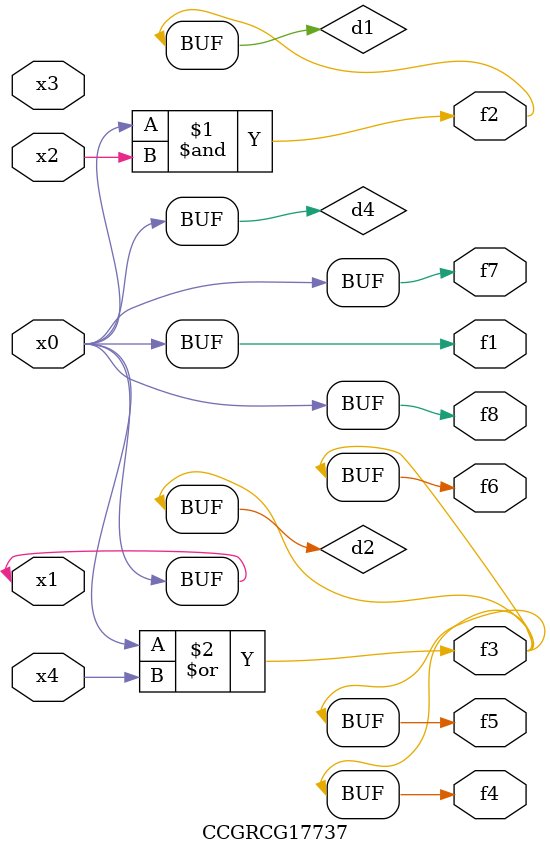
<source format=v>
module CCGRCG17737(
	input x0, x1, x2, x3, x4,
	output f1, f2, f3, f4, f5, f6, f7, f8
);

	wire d1, d2, d3, d4;

	and (d1, x0, x2);
	or (d2, x0, x4);
	nand (d3, x0, x2);
	buf (d4, x0, x1);
	assign f1 = d4;
	assign f2 = d1;
	assign f3 = d2;
	assign f4 = d2;
	assign f5 = d2;
	assign f6 = d2;
	assign f7 = d4;
	assign f8 = d4;
endmodule

</source>
